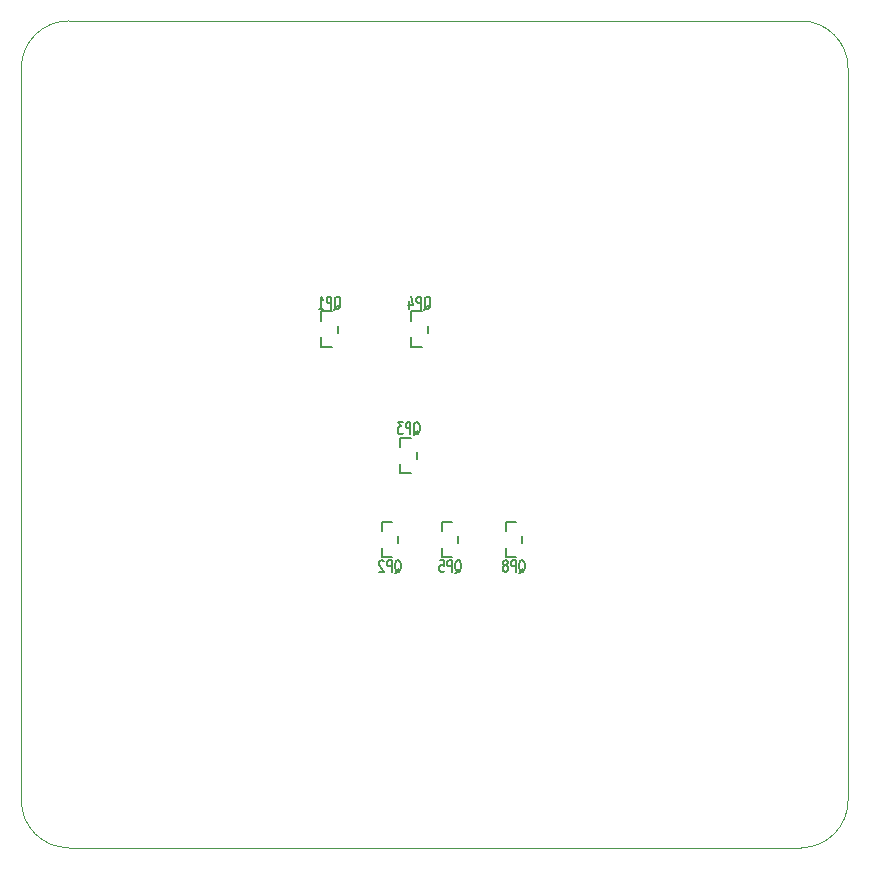
<source format=gbo>
%FSLAX46Y46*%
G04 Gerber Fmt 4.6, Leading zero omitted, Abs format (unit mm)*
G04 Created by KiCad (PCBNEW (2014-08-24 BZR 5094)-product) date Mon 25 Aug 2014 20:36:51 CEST*
%MOMM*%
G01*
G04 APERTURE LIST*
%ADD10C,0.170000*%
%ADD11C,0.100000*%
%ADD12C,0.150000*%
%ADD13C,2.000000*%
%ADD14C,4.300000*%
%ADD15C,3.200000*%
%ADD16O,3.500000X2.000000*%
%ADD17C,3.800000*%
%ADD18R,2.000000X2.000000*%
%ADD19C,1.501140*%
%ADD20R,2.000000X1.700000*%
%ADD21O,2.000000X1.700000*%
%ADD22C,3.000000*%
%ADD23C,3.500000*%
%ADD24C,1.195000*%
%ADD25C,1.900000*%
%ADD26C,2.800000*%
%ADD27C,5.050000*%
%ADD28C,4.500000*%
%ADD29C,2.700000*%
%ADD30C,4.000000*%
%ADD31R,1.700000X1.700000*%
%ADD32O,1.700000X1.700000*%
%ADD33C,0.900000*%
%ADD34R,1.400000X1.400000*%
%ADD35C,1.400000*%
%ADD36R,1.100000X1.300000*%
%ADD37R,1.300000X1.100000*%
%ADD38O,0.750000X1.250000*%
%ADD39R,1.000760X0.599440*%
%ADD40O,2.500000X1.800000*%
%ADD41O,1.800000X2.500000*%
G04 APERTURE END LIST*
D10*
D11*
X120000000Y-54000000D02*
G75*
G03X116000000Y-50000000I-4000000J0D01*
G74*
G01*
X116000000Y-120000000D02*
G75*
G03X120000000Y-116000000I0J4000000D01*
G74*
G01*
X50000000Y-116000000D02*
G75*
G03X54000000Y-120000000I4000000J0D01*
G74*
G01*
X54000000Y-50000000D02*
G75*
G03X50000000Y-54000000I0J-4000000D01*
G74*
G01*
X116000000Y-50000000D02*
X54000000Y-50000000D01*
X120000000Y-116000000D02*
X120000000Y-54000000D01*
X54000000Y-120000000D02*
X116000000Y-120000000D01*
X50000000Y-54000000D02*
X50000000Y-116000000D01*
D12*
X76300000Y-74600000D02*
X75400000Y-74600000D01*
X75400000Y-74600000D02*
X75400000Y-75400000D01*
X76300000Y-77600000D02*
X75400000Y-77600000D01*
X75400000Y-77600000D02*
X75400000Y-76800000D01*
X76800000Y-76400000D02*
X76800000Y-75800000D01*
X81400000Y-92400000D02*
X80500000Y-92400000D01*
X80500000Y-92400000D02*
X80500000Y-93200000D01*
X81400000Y-95400000D02*
X80500000Y-95400000D01*
X80500000Y-95400000D02*
X80500000Y-94600000D01*
X81900000Y-94200000D02*
X81900000Y-93600000D01*
X83000000Y-85300000D02*
X82100000Y-85300000D01*
X82100000Y-85300000D02*
X82100000Y-86100000D01*
X83000000Y-88300000D02*
X82100000Y-88300000D01*
X82100000Y-88300000D02*
X82100000Y-87500000D01*
X83500000Y-87100000D02*
X83500000Y-86500000D01*
X83900000Y-74600000D02*
X83000000Y-74600000D01*
X83000000Y-74600000D02*
X83000000Y-75400000D01*
X83900000Y-77600000D02*
X83000000Y-77600000D01*
X83000000Y-77600000D02*
X83000000Y-76800000D01*
X84400000Y-76400000D02*
X84400000Y-75800000D01*
X86500000Y-92400000D02*
X85600000Y-92400000D01*
X85600000Y-92400000D02*
X85600000Y-93200000D01*
X86500000Y-95400000D02*
X85600000Y-95400000D01*
X85600000Y-95400000D02*
X85600000Y-94600000D01*
X87000000Y-94200000D02*
X87000000Y-93600000D01*
X91900000Y-92400000D02*
X91000000Y-92400000D01*
X91000000Y-92400000D02*
X91000000Y-93200000D01*
X91900000Y-95400000D02*
X91000000Y-95400000D01*
X91000000Y-95400000D02*
X91000000Y-94600000D01*
X92400000Y-94200000D02*
X92400000Y-93600000D01*
D10*
X76516667Y-74447619D02*
X76583333Y-74400000D01*
X76650000Y-74304762D01*
X76750000Y-74161905D01*
X76816667Y-74114286D01*
X76883333Y-74114286D01*
X76850000Y-74352381D02*
X76916667Y-74304762D01*
X76983333Y-74209524D01*
X77016667Y-74019048D01*
X77016667Y-73685714D01*
X76983333Y-73495238D01*
X76916667Y-73400000D01*
X76850000Y-73352381D01*
X76716667Y-73352381D01*
X76650000Y-73400000D01*
X76583333Y-73495238D01*
X76550000Y-73685714D01*
X76550000Y-74019048D01*
X76583333Y-74209524D01*
X76650000Y-74304762D01*
X76716667Y-74352381D01*
X76850000Y-74352381D01*
X76250000Y-74352381D02*
X76250000Y-73352381D01*
X75983334Y-73352381D01*
X75916667Y-73400000D01*
X75883334Y-73447619D01*
X75850000Y-73542857D01*
X75850000Y-73685714D01*
X75883334Y-73780952D01*
X75916667Y-73828571D01*
X75983334Y-73876190D01*
X76250000Y-73876190D01*
X75183334Y-74352381D02*
X75583334Y-74352381D01*
X75383334Y-74352381D02*
X75383334Y-73352381D01*
X75450000Y-73495238D01*
X75516667Y-73590476D01*
X75583334Y-73638095D01*
X81616667Y-96747619D02*
X81683333Y-96700000D01*
X81750000Y-96604762D01*
X81850000Y-96461905D01*
X81916667Y-96414286D01*
X81983333Y-96414286D01*
X81950000Y-96652381D02*
X82016667Y-96604762D01*
X82083333Y-96509524D01*
X82116667Y-96319048D01*
X82116667Y-95985714D01*
X82083333Y-95795238D01*
X82016667Y-95700000D01*
X81950000Y-95652381D01*
X81816667Y-95652381D01*
X81750000Y-95700000D01*
X81683333Y-95795238D01*
X81650000Y-95985714D01*
X81650000Y-96319048D01*
X81683333Y-96509524D01*
X81750000Y-96604762D01*
X81816667Y-96652381D01*
X81950000Y-96652381D01*
X81350000Y-96652381D02*
X81350000Y-95652381D01*
X81083334Y-95652381D01*
X81016667Y-95700000D01*
X80983334Y-95747619D01*
X80950000Y-95842857D01*
X80950000Y-95985714D01*
X80983334Y-96080952D01*
X81016667Y-96128571D01*
X81083334Y-96176190D01*
X81350000Y-96176190D01*
X80683334Y-95747619D02*
X80650000Y-95700000D01*
X80583334Y-95652381D01*
X80416667Y-95652381D01*
X80350000Y-95700000D01*
X80316667Y-95747619D01*
X80283334Y-95842857D01*
X80283334Y-95938095D01*
X80316667Y-96080952D01*
X80716667Y-96652381D01*
X80283334Y-96652381D01*
X83216667Y-85047619D02*
X83283333Y-85000000D01*
X83350000Y-84904762D01*
X83450000Y-84761905D01*
X83516667Y-84714286D01*
X83583333Y-84714286D01*
X83550000Y-84952381D02*
X83616667Y-84904762D01*
X83683333Y-84809524D01*
X83716667Y-84619048D01*
X83716667Y-84285714D01*
X83683333Y-84095238D01*
X83616667Y-84000000D01*
X83550000Y-83952381D01*
X83416667Y-83952381D01*
X83350000Y-84000000D01*
X83283333Y-84095238D01*
X83250000Y-84285714D01*
X83250000Y-84619048D01*
X83283333Y-84809524D01*
X83350000Y-84904762D01*
X83416667Y-84952381D01*
X83550000Y-84952381D01*
X82950000Y-84952381D02*
X82950000Y-83952381D01*
X82683334Y-83952381D01*
X82616667Y-84000000D01*
X82583334Y-84047619D01*
X82550000Y-84142857D01*
X82550000Y-84285714D01*
X82583334Y-84380952D01*
X82616667Y-84428571D01*
X82683334Y-84476190D01*
X82950000Y-84476190D01*
X82316667Y-83952381D02*
X81883334Y-83952381D01*
X82116667Y-84333333D01*
X82016667Y-84333333D01*
X81950000Y-84380952D01*
X81916667Y-84428571D01*
X81883334Y-84523810D01*
X81883334Y-84761905D01*
X81916667Y-84857143D01*
X81950000Y-84904762D01*
X82016667Y-84952381D01*
X82216667Y-84952381D01*
X82283334Y-84904762D01*
X82316667Y-84857143D01*
X84116667Y-74447619D02*
X84183333Y-74400000D01*
X84250000Y-74304762D01*
X84350000Y-74161905D01*
X84416667Y-74114286D01*
X84483333Y-74114286D01*
X84450000Y-74352381D02*
X84516667Y-74304762D01*
X84583333Y-74209524D01*
X84616667Y-74019048D01*
X84616667Y-73685714D01*
X84583333Y-73495238D01*
X84516667Y-73400000D01*
X84450000Y-73352381D01*
X84316667Y-73352381D01*
X84250000Y-73400000D01*
X84183333Y-73495238D01*
X84150000Y-73685714D01*
X84150000Y-74019048D01*
X84183333Y-74209524D01*
X84250000Y-74304762D01*
X84316667Y-74352381D01*
X84450000Y-74352381D01*
X83850000Y-74352381D02*
X83850000Y-73352381D01*
X83583334Y-73352381D01*
X83516667Y-73400000D01*
X83483334Y-73447619D01*
X83450000Y-73542857D01*
X83450000Y-73685714D01*
X83483334Y-73780952D01*
X83516667Y-73828571D01*
X83583334Y-73876190D01*
X83850000Y-73876190D01*
X82850000Y-73685714D02*
X82850000Y-74352381D01*
X83016667Y-73304762D02*
X83183334Y-74019048D01*
X82750000Y-74019048D01*
X86716667Y-96747619D02*
X86783333Y-96700000D01*
X86850000Y-96604762D01*
X86950000Y-96461905D01*
X87016667Y-96414286D01*
X87083333Y-96414286D01*
X87050000Y-96652381D02*
X87116667Y-96604762D01*
X87183333Y-96509524D01*
X87216667Y-96319048D01*
X87216667Y-95985714D01*
X87183333Y-95795238D01*
X87116667Y-95700000D01*
X87050000Y-95652381D01*
X86916667Y-95652381D01*
X86850000Y-95700000D01*
X86783333Y-95795238D01*
X86750000Y-95985714D01*
X86750000Y-96319048D01*
X86783333Y-96509524D01*
X86850000Y-96604762D01*
X86916667Y-96652381D01*
X87050000Y-96652381D01*
X86450000Y-96652381D02*
X86450000Y-95652381D01*
X86183334Y-95652381D01*
X86116667Y-95700000D01*
X86083334Y-95747619D01*
X86050000Y-95842857D01*
X86050000Y-95985714D01*
X86083334Y-96080952D01*
X86116667Y-96128571D01*
X86183334Y-96176190D01*
X86450000Y-96176190D01*
X85416667Y-95652381D02*
X85750000Y-95652381D01*
X85783334Y-96128571D01*
X85750000Y-96080952D01*
X85683334Y-96033333D01*
X85516667Y-96033333D01*
X85450000Y-96080952D01*
X85416667Y-96128571D01*
X85383334Y-96223810D01*
X85383334Y-96461905D01*
X85416667Y-96557143D01*
X85450000Y-96604762D01*
X85516667Y-96652381D01*
X85683334Y-96652381D01*
X85750000Y-96604762D01*
X85783334Y-96557143D01*
X92116667Y-96747619D02*
X92183333Y-96700000D01*
X92250000Y-96604762D01*
X92350000Y-96461905D01*
X92416667Y-96414286D01*
X92483333Y-96414286D01*
X92450000Y-96652381D02*
X92516667Y-96604762D01*
X92583333Y-96509524D01*
X92616667Y-96319048D01*
X92616667Y-95985714D01*
X92583333Y-95795238D01*
X92516667Y-95700000D01*
X92450000Y-95652381D01*
X92316667Y-95652381D01*
X92250000Y-95700000D01*
X92183333Y-95795238D01*
X92150000Y-95985714D01*
X92150000Y-96319048D01*
X92183333Y-96509524D01*
X92250000Y-96604762D01*
X92316667Y-96652381D01*
X92450000Y-96652381D01*
X91850000Y-96652381D02*
X91850000Y-95652381D01*
X91583334Y-95652381D01*
X91516667Y-95700000D01*
X91483334Y-95747619D01*
X91450000Y-95842857D01*
X91450000Y-95985714D01*
X91483334Y-96080952D01*
X91516667Y-96128571D01*
X91583334Y-96176190D01*
X91850000Y-96176190D01*
X91050000Y-96080952D02*
X91116667Y-96033333D01*
X91150000Y-95985714D01*
X91183334Y-95890476D01*
X91183334Y-95842857D01*
X91150000Y-95747619D01*
X91116667Y-95700000D01*
X91050000Y-95652381D01*
X90916667Y-95652381D01*
X90850000Y-95700000D01*
X90816667Y-95747619D01*
X90783334Y-95842857D01*
X90783334Y-95890476D01*
X90816667Y-95985714D01*
X90850000Y-96033333D01*
X90916667Y-96080952D01*
X91050000Y-96080952D01*
X91116667Y-96128571D01*
X91150000Y-96176190D01*
X91183334Y-96271429D01*
X91183334Y-96461905D01*
X91150000Y-96557143D01*
X91116667Y-96604762D01*
X91050000Y-96652381D01*
X90916667Y-96652381D01*
X90850000Y-96604762D01*
X90816667Y-96557143D01*
X90783334Y-96461905D01*
X90783334Y-96271429D01*
X90816667Y-96176190D01*
X90850000Y-96128571D01*
X90916667Y-96080952D01*
%LPC*%
D13*
X60300000Y-54000000D03*
X65300000Y-54000000D03*
D14*
X116000000Y-54000000D03*
D15*
X116000000Y-116000000D03*
X54000000Y-54000000D03*
X54000000Y-116000000D03*
D16*
X80600000Y-109800000D03*
X80600000Y-107260000D03*
X80600000Y-112340000D03*
D17*
X97364000Y-109800000D03*
D18*
X116550000Y-105655000D03*
D13*
X116550000Y-108195000D03*
D18*
X105655000Y-114225000D03*
D13*
X108195000Y-114225000D03*
D19*
X99540000Y-101600000D03*
X94460000Y-101589840D03*
D13*
X68300000Y-54000000D03*
X73300000Y-54000000D03*
D18*
X75940000Y-112400000D03*
D13*
X70860000Y-112400000D03*
D20*
X72000000Y-60690000D03*
D21*
X72000000Y-63230000D03*
X72000000Y-65770000D03*
X72000000Y-68310000D03*
D22*
X101900000Y-94750000D03*
X101900000Y-84500000D03*
D23*
X116750000Y-101100000D03*
X116750000Y-77900000D03*
D24*
X110055000Y-72100000D03*
X111255000Y-71300000D03*
X110055000Y-70500000D03*
X111255000Y-69700000D03*
X110055000Y-68900000D03*
D25*
X110955000Y-74200000D03*
D26*
X110955000Y-66800000D03*
X115705000Y-74200000D03*
X115705000Y-66800000D03*
D27*
X107000000Y-63740000D03*
D28*
X107000000Y-57490000D03*
X102200000Y-60740000D03*
D29*
X52000000Y-105000000D03*
X59800000Y-99800000D03*
X58400000Y-102500000D03*
D22*
X63000000Y-109000000D03*
X55400000Y-109500000D03*
D13*
X62500000Y-92000000D03*
X57500000Y-92000000D03*
X57500000Y-77500000D03*
X60000000Y-77500000D03*
X62500000Y-77500000D03*
D30*
X54400000Y-85000000D03*
X65600000Y-85000000D03*
D31*
X96030000Y-52110000D03*
D32*
X98570000Y-52110000D03*
X96030000Y-54650000D03*
X98570000Y-54650000D03*
X96030000Y-57190000D03*
X98570000Y-57190000D03*
X96030000Y-59730000D03*
X98570000Y-59730000D03*
X96030000Y-62270000D03*
X98570000Y-62270000D03*
X96030000Y-64810000D03*
X98570000Y-64810000D03*
X96030000Y-67350000D03*
X98570000Y-67350000D03*
X96030000Y-69890000D03*
X98570000Y-69890000D03*
D33*
X76110000Y-90080000D03*
D34*
X78650000Y-90080000D03*
D35*
X81190000Y-90080000D03*
X83730000Y-90080000D03*
X86270000Y-90080000D03*
X88810000Y-90080000D03*
X91350000Y-90080000D03*
X93890000Y-90080000D03*
X93890000Y-79920000D03*
D33*
X91350000Y-79920000D03*
X88810000Y-79920000D03*
D35*
X86270000Y-79920000D03*
X83730000Y-79920000D03*
D33*
X81190000Y-79920000D03*
D35*
X78650000Y-79920000D03*
X76110000Y-79920000D03*
D36*
X81650000Y-69950000D03*
X79850000Y-69950000D03*
X81650000Y-68200000D03*
X79850000Y-68200000D03*
X88350000Y-64700000D03*
X90150000Y-64700000D03*
X75700000Y-109800000D03*
X77500000Y-109800000D03*
D37*
X87500000Y-70600000D03*
X87500000Y-72400000D03*
X82500000Y-63850000D03*
X82500000Y-62050000D03*
D36*
X108775000Y-110275000D03*
X110575000Y-110275000D03*
D37*
X110575000Y-106075000D03*
X110575000Y-107875000D03*
X80750000Y-63850000D03*
X80750000Y-62050000D03*
D36*
X72800000Y-102000000D03*
X71000000Y-102000000D03*
D18*
X68570000Y-101400000D03*
D13*
X66030000Y-101400000D03*
D38*
X77350000Y-66200000D03*
X78450000Y-66200000D03*
D39*
X77156640Y-75147500D03*
X75043360Y-76100000D03*
X77156640Y-77052500D03*
X82256640Y-92947500D03*
X80143360Y-93900000D03*
X82256640Y-94852500D03*
X83856640Y-85847500D03*
X81743360Y-86800000D03*
X83856640Y-87752500D03*
X84756640Y-75147500D03*
X82643360Y-76100000D03*
X84756640Y-77052500D03*
X87356640Y-92947500D03*
X85243360Y-93900000D03*
X87356640Y-94852500D03*
X92756640Y-92947500D03*
X90643360Y-93900000D03*
X92756640Y-94852500D03*
D18*
X78950000Y-100000000D03*
D13*
X78950000Y-97460000D03*
D40*
X89980000Y-56500000D03*
X93220000Y-56500000D03*
X89980000Y-53000000D03*
X93220000Y-53000000D03*
X61710000Y-71230000D03*
X64950000Y-71230000D03*
X55010000Y-71230000D03*
X58250000Y-71230000D03*
X82120000Y-102500000D03*
X78880000Y-102500000D03*
X93150000Y-97910000D03*
X96390000Y-97910000D03*
X71329000Y-93900000D03*
X68089000Y-93900000D03*
D41*
X66800000Y-106580000D03*
X66800000Y-109820000D03*
X102650000Y-113905000D03*
X102650000Y-117145000D03*
D40*
X107580000Y-100100000D03*
X110820000Y-100100000D03*
D36*
X108110000Y-70500000D03*
X106310000Y-70500000D03*
X67850000Y-65770000D03*
X69650000Y-65770000D03*
X67850000Y-68310000D03*
X69650000Y-68310000D03*
M02*

</source>
